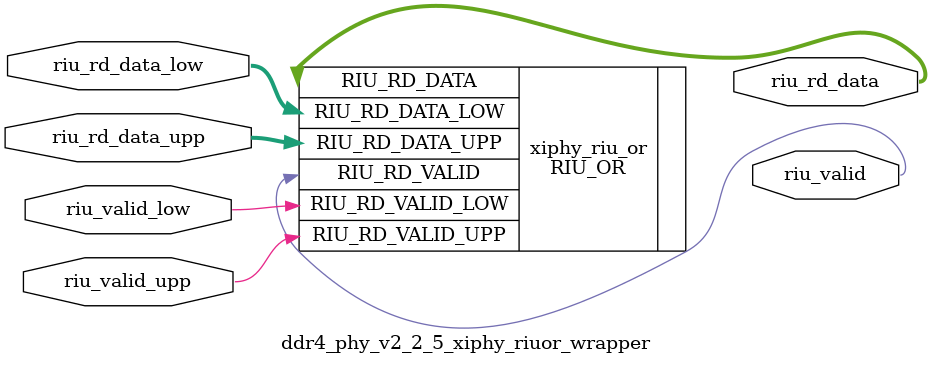
<source format=sv>

`timescale 1ps / 1ps

module ddr4_phy_v2_2_5_xiphy_riuor_wrapper # (
   parameter           SIM_DEVICE            = "ULTRASCALE"
) (
  input  [15:0]  riu_rd_data_low,    // Lower nibble RIU rd_data 
  input  [15:0]  riu_rd_data_upp,    // Upper nibble RIU rd_data 
  input          riu_valid_low,      // Lower nibble RIU riu2clb_valid 
  input          riu_valid_upp,      // Upper nibble RIU riu2clb_valid
  output [15:0]  riu_rd_data,        // ORed lower and upper RIU rd_data      
  output         riu_valid           // ORed lower and upper RIU write valid      
);

`ifdef ULTRASCALE_PHY_BLH
B_RIU_OR
`else
RIU_OR  # (
   .SIM_DEVICE   (SIM_DEVICE)
) 
`endif
  xiphy_riu_or
(
   .RIU_RD_DATA_LOW         (riu_rd_data_low),
   .RIU_RD_DATA_UPP         (riu_rd_data_upp),
   .RIU_RD_VALID_LOW        (riu_valid_low),
   .RIU_RD_VALID_UPP        (riu_valid_upp),
   .RIU_RD_DATA             (riu_rd_data),
   .RIU_RD_VALID            (riu_valid)
);

endmodule


</source>
